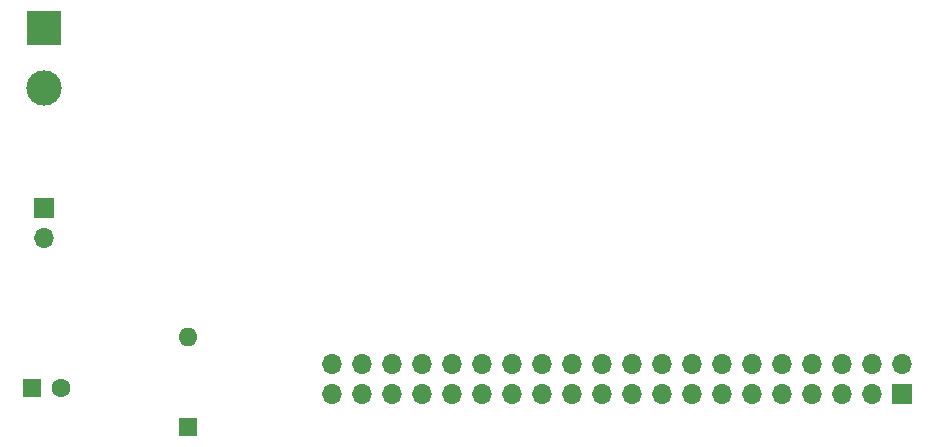
<source format=gbr>
%TF.GenerationSoftware,KiCad,Pcbnew,8.0.2*%
%TF.CreationDate,2024-08-18T09:09:39+02:00*%
%TF.ProjectId,p2000t-ram-expansion-board-128kb-smd,70323030-3074-42d7-9261-6d2d65787061,4*%
%TF.SameCoordinates,Original*%
%TF.FileFunction,Soldermask,Bot*%
%TF.FilePolarity,Negative*%
%FSLAX46Y46*%
G04 Gerber Fmt 4.6, Leading zero omitted, Abs format (unit mm)*
G04 Created by KiCad (PCBNEW 8.0.2) date 2024-08-18 09:09:39*
%MOMM*%
%LPD*%
G01*
G04 APERTURE LIST*
%ADD10R,1.600000X1.600000*%
%ADD11O,1.600000X1.600000*%
%ADD12R,1.700000X1.700000*%
%ADD13O,1.700000X1.700000*%
%ADD14C,1.600000*%
%ADD15R,3.000000X3.000000*%
%ADD16C,3.000000*%
G04 APERTURE END LIST*
D10*
%TO.C,D1*%
X38608000Y-83312000D03*
D11*
X38608000Y-75692000D03*
%TD*%
D12*
%TO.C,J2*%
X26416000Y-64770000D03*
D13*
X26416000Y-67310000D03*
%TD*%
D10*
%TO.C,C3*%
X25400000Y-80010000D03*
D14*
X27900000Y-80010000D03*
%TD*%
D15*
%TO.C,J3*%
X26416000Y-49530000D03*
D16*
X26416000Y-54610000D03*
%TD*%
D12*
%TO.C,J1*%
X99055000Y-80518000D03*
D13*
X99055000Y-77978000D03*
X96515000Y-80518000D03*
X96515000Y-77978000D03*
X93975000Y-80518000D03*
X93975000Y-77978000D03*
X91435000Y-80518000D03*
X91435000Y-77978000D03*
X88895000Y-80518000D03*
X88895000Y-77978000D03*
X86355000Y-80518000D03*
X86355000Y-77978000D03*
X83815000Y-80518000D03*
X83815000Y-77978000D03*
X81275000Y-80518000D03*
X81275000Y-77978000D03*
X78735000Y-80518000D03*
X78735000Y-77978000D03*
X76195000Y-80518000D03*
X76195000Y-77978000D03*
X73655000Y-80518000D03*
X73655000Y-77978000D03*
X71115000Y-80518000D03*
X71115000Y-77978000D03*
X68575000Y-80518000D03*
X68575000Y-77978000D03*
X66035000Y-80518000D03*
X66035000Y-77978000D03*
X63495000Y-80518000D03*
X63495000Y-77978000D03*
X60955000Y-80518000D03*
X60955000Y-77978000D03*
X58415000Y-80518000D03*
X58415000Y-77978000D03*
X55875000Y-80518000D03*
X55875000Y-77978000D03*
X53335000Y-80518000D03*
X53335000Y-77978000D03*
X50795000Y-80518000D03*
X50795000Y-77978000D03*
%TD*%
M02*

</source>
